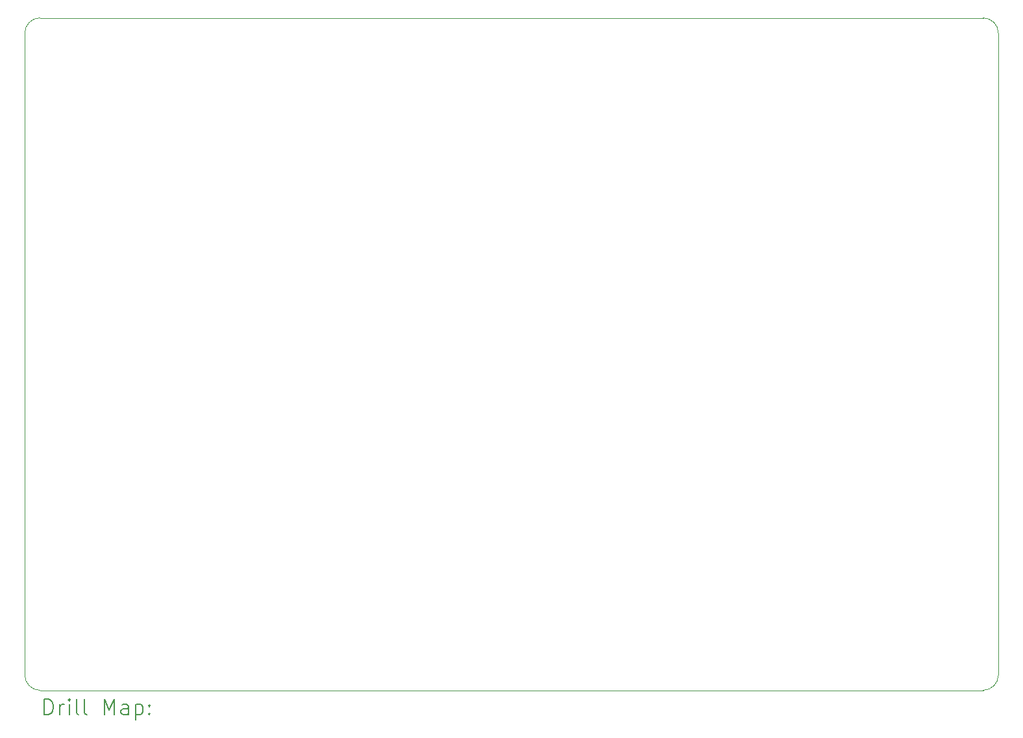
<source format=gbr>
%TF.GenerationSoftware,KiCad,Pcbnew,7.0.9*%
%TF.CreationDate,2023-12-22T14:38:46+09:00*%
%TF.ProjectId,Dev_IO_Board,4465765f-494f-45f4-926f-6172642e6b69,rev?*%
%TF.SameCoordinates,Original*%
%TF.FileFunction,Drillmap*%
%TF.FilePolarity,Positive*%
%FSLAX45Y45*%
G04 Gerber Fmt 4.5, Leading zero omitted, Abs format (unit mm)*
G04 Created by KiCad (PCBNEW 7.0.9) date 2023-12-22 14:38:46*
%MOMM*%
%LPD*%
G01*
G04 APERTURE LIST*
%ADD10C,0.100000*%
%ADD11C,0.200000*%
G04 APERTURE END LIST*
D10*
X6804000Y-6858000D02*
G75*
G03*
X6604000Y-7058000I0J-200000D01*
G01*
X6604000Y-15421000D02*
G75*
G03*
X6804000Y-15621000I200000J0D01*
G01*
X6604000Y-15421000D02*
X6604000Y-7058000D01*
X19304000Y-7058000D02*
G75*
G03*
X19104000Y-6858000I-200000J0D01*
G01*
X6804000Y-6858000D02*
X19104000Y-6858000D01*
X19104000Y-15621000D02*
G75*
G03*
X19304000Y-15421000I0J200000D01*
G01*
X19104000Y-15621000D02*
X6804000Y-15621000D01*
X19304000Y-7058000D02*
X19304000Y-15421000D01*
D11*
X6859777Y-15937484D02*
X6859777Y-15737484D01*
X6859777Y-15737484D02*
X6907396Y-15737484D01*
X6907396Y-15737484D02*
X6935967Y-15747008D01*
X6935967Y-15747008D02*
X6955015Y-15766055D01*
X6955015Y-15766055D02*
X6964539Y-15785103D01*
X6964539Y-15785103D02*
X6974062Y-15823198D01*
X6974062Y-15823198D02*
X6974062Y-15851769D01*
X6974062Y-15851769D02*
X6964539Y-15889865D01*
X6964539Y-15889865D02*
X6955015Y-15908912D01*
X6955015Y-15908912D02*
X6935967Y-15927960D01*
X6935967Y-15927960D02*
X6907396Y-15937484D01*
X6907396Y-15937484D02*
X6859777Y-15937484D01*
X7059777Y-15937484D02*
X7059777Y-15804150D01*
X7059777Y-15842246D02*
X7069301Y-15823198D01*
X7069301Y-15823198D02*
X7078824Y-15813674D01*
X7078824Y-15813674D02*
X7097872Y-15804150D01*
X7097872Y-15804150D02*
X7116920Y-15804150D01*
X7183586Y-15937484D02*
X7183586Y-15804150D01*
X7183586Y-15737484D02*
X7174062Y-15747008D01*
X7174062Y-15747008D02*
X7183586Y-15756531D01*
X7183586Y-15756531D02*
X7193110Y-15747008D01*
X7193110Y-15747008D02*
X7183586Y-15737484D01*
X7183586Y-15737484D02*
X7183586Y-15756531D01*
X7307396Y-15937484D02*
X7288348Y-15927960D01*
X7288348Y-15927960D02*
X7278824Y-15908912D01*
X7278824Y-15908912D02*
X7278824Y-15737484D01*
X7412158Y-15937484D02*
X7393110Y-15927960D01*
X7393110Y-15927960D02*
X7383586Y-15908912D01*
X7383586Y-15908912D02*
X7383586Y-15737484D01*
X7640729Y-15937484D02*
X7640729Y-15737484D01*
X7640729Y-15737484D02*
X7707396Y-15880341D01*
X7707396Y-15880341D02*
X7774062Y-15737484D01*
X7774062Y-15737484D02*
X7774062Y-15937484D01*
X7955015Y-15937484D02*
X7955015Y-15832722D01*
X7955015Y-15832722D02*
X7945491Y-15813674D01*
X7945491Y-15813674D02*
X7926443Y-15804150D01*
X7926443Y-15804150D02*
X7888348Y-15804150D01*
X7888348Y-15804150D02*
X7869301Y-15813674D01*
X7955015Y-15927960D02*
X7935967Y-15937484D01*
X7935967Y-15937484D02*
X7888348Y-15937484D01*
X7888348Y-15937484D02*
X7869301Y-15927960D01*
X7869301Y-15927960D02*
X7859777Y-15908912D01*
X7859777Y-15908912D02*
X7859777Y-15889865D01*
X7859777Y-15889865D02*
X7869301Y-15870817D01*
X7869301Y-15870817D02*
X7888348Y-15861293D01*
X7888348Y-15861293D02*
X7935967Y-15861293D01*
X7935967Y-15861293D02*
X7955015Y-15851769D01*
X8050253Y-15804150D02*
X8050253Y-16004150D01*
X8050253Y-15813674D02*
X8069301Y-15804150D01*
X8069301Y-15804150D02*
X8107396Y-15804150D01*
X8107396Y-15804150D02*
X8126443Y-15813674D01*
X8126443Y-15813674D02*
X8135967Y-15823198D01*
X8135967Y-15823198D02*
X8145491Y-15842246D01*
X8145491Y-15842246D02*
X8145491Y-15899388D01*
X8145491Y-15899388D02*
X8135967Y-15918436D01*
X8135967Y-15918436D02*
X8126443Y-15927960D01*
X8126443Y-15927960D02*
X8107396Y-15937484D01*
X8107396Y-15937484D02*
X8069301Y-15937484D01*
X8069301Y-15937484D02*
X8050253Y-15927960D01*
X8231205Y-15918436D02*
X8240729Y-15927960D01*
X8240729Y-15927960D02*
X8231205Y-15937484D01*
X8231205Y-15937484D02*
X8221682Y-15927960D01*
X8221682Y-15927960D02*
X8231205Y-15918436D01*
X8231205Y-15918436D02*
X8231205Y-15937484D01*
X8231205Y-15813674D02*
X8240729Y-15823198D01*
X8240729Y-15823198D02*
X8231205Y-15832722D01*
X8231205Y-15832722D02*
X8221682Y-15823198D01*
X8221682Y-15823198D02*
X8231205Y-15813674D01*
X8231205Y-15813674D02*
X8231205Y-15832722D01*
M02*

</source>
